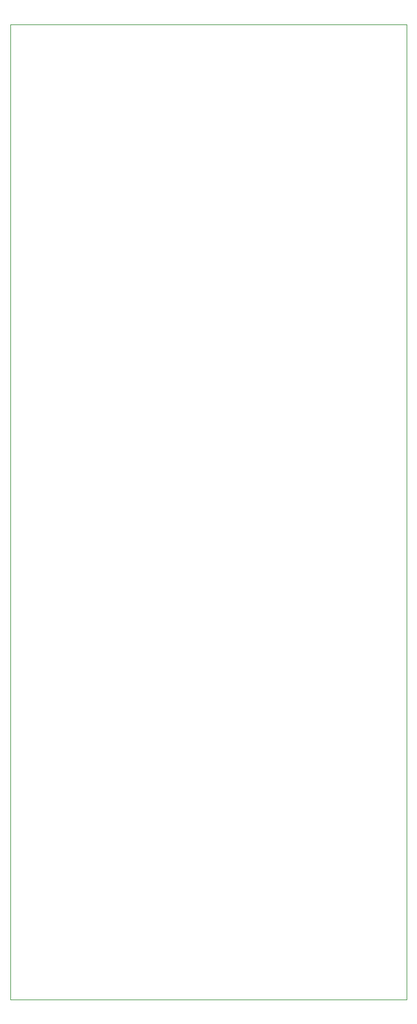
<source format=gbr>
%TF.GenerationSoftware,KiCad,Pcbnew,8.0.1*%
%TF.CreationDate,2024-04-23T21:03:35-07:00*%
%TF.ProjectId,BatteryTelemetry,42617474-6572-4795-9465-6c656d657472,rev?*%
%TF.SameCoordinates,Original*%
%TF.FileFunction,Profile,NP*%
%FSLAX46Y46*%
G04 Gerber Fmt 4.6, Leading zero omitted, Abs format (unit mm)*
G04 Created by KiCad (PCBNEW 8.0.1) date 2024-04-23 21:03:35*
%MOMM*%
%LPD*%
G01*
G04 APERTURE LIST*
%TA.AperFunction,Profile*%
%ADD10C,0.100000*%
%TD*%
G04 APERTURE END LIST*
D10*
X25000000Y-25000000D02*
X80000000Y-25000000D01*
X80000000Y-160000000D01*
X25000000Y-160000000D01*
X25000000Y-25000000D01*
M02*

</source>
